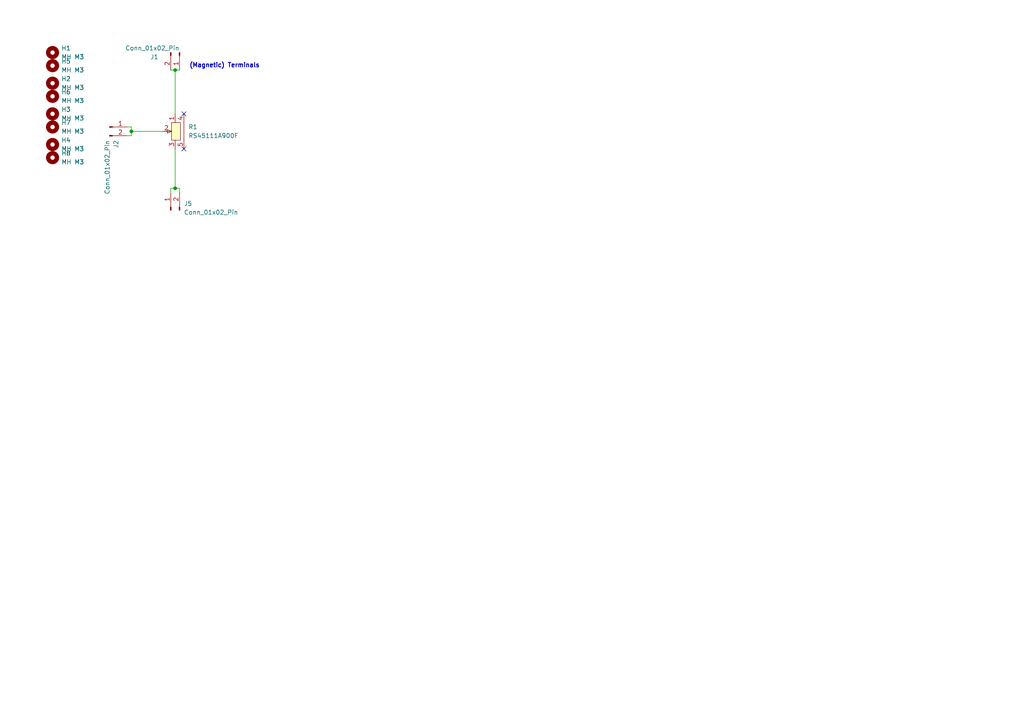
<source format=kicad_sch>
(kicad_sch (version 20250114) (generator "eeschema") (generator_version "9.0")
  (paper "A4")
  (lib_symbols
    (symbol "Connector:Conn_01x02_Pin" (pin_names (offset 1.016) (hide yes))
      (property "Reference" "J" (at 0 2.54 0))
      (property "Value" "Conn_01x02_Pin" (at 0 -5.08 0))
      (symbol "Conn_01x02_Pin_1_1"
        (rectangle (start 0.8636 0.127) (end 0 -0.127) (stroke (width 0.1524)) (fill (type outline)))
        (rectangle (start 0.8636 -2.413) (end 0 -2.667) (stroke (width 0.1524)) (fill (type outline)))
        (polyline (pts (xy 1.27 0) (xy 0.8636 0)) (stroke (width 0.1524)))
        (polyline (pts (xy 1.27 -2.54) (xy 0.8636 -2.54)) (stroke (width 0.1524)))
        (pin passive line (at 5.08 0 180) (length 3.81) (name "Pin_1") (number "1"))
        (pin passive line (at 5.08 -2.54 180) (length 3.81) (name "Pin_2") (number "2"))
      )
    )
    (symbol "EASYEDA2KICAD:RS30111A9012"
      (property "Reference" "R" (at 0 8.89 0))
      (property "Value" "RS30111A9012" (at 0 -7.62 0))
      (symbol "RS30111A9012_0_1"
        (polyline (pts (xy -2.54 1.02) (xy 2.54 1.02) (xy 2.54 -1.52) (xy -2.54 -1.52) (xy -2.54 1.02)) (fill (type background)))
        (polyline (pts (xy -2.54 -2.54) (xy 2.54 -2.54)))
        (polyline (pts (xy 0 1.52) (xy 0 2.79)))
        (polyline (pts (xy 0 1.02) (xy -0.51 2.29) (xy 0.51 2.29) (xy 0 1.02)) (fill (type background)))
      )
      (symbol "RS30111A9012_1_1"
        (pin input line (at -5.08 0 0) (length 2.54) (name "") (number "3"))
        (pin input line (at -5.08 -2.54 0) (length 2.54) (name "") (number "5"))
        (pin input line (at 0 3.81 270) (length 2.54) (name "") (number "2"))
        (pin input line (at 5.08 0 180) (length 2.54) (name "") (number "1"))
        (pin input line (at 5.08 -2.54 180) (length 2.54) (name "") (number "4"))
      )
    )
    (symbol "Mechanical:MountingHole" (pin_names (offset 1.016)) (exclude_from_sim yes) (in_bom no)
      (property "Reference" "H" (at 0 5.08 0))
      (property "Value" "MountingHole" (at 0 3.175 0))
      (symbol "MountingHole_0_1"
        (circle (center 0 0) (radius 1.27) (stroke (width 1.27)))
      )
    )
  )
  (text "(Magnetic) Terminals" (at 54.864 19.812 0) (effects (font (size 1.27 1.27) (thickness 0.254) (bold yes)) (justify left bottom)))
  (junction (at 50.8 54.61))
  (junction (at 38.1 38.1))
  (junction (at 50.8 20.32))
  (no_connect (at 53.34 43.18))
  (no_connect (at 53.34 33.02))
  (wire (pts (xy 38.1 39.37) (xy 36.83 39.37)))
  (wire (pts (xy 50.8 43.18) (xy 50.8 54.61)))
  (wire (pts (xy 38.1 38.1) (xy 46.99 38.1)))
  (wire (pts (xy 50.8 54.61) (xy 52.07 54.61)))
  (wire (pts (xy 49.53 54.61) (xy 50.8 54.61)))
  (wire (pts (xy 49.53 20.32) (xy 50.8 20.32)))
  (wire (pts (xy 49.53 54.61) (xy 49.53 55.88)))
  (wire (pts (xy 38.1 38.1) (xy 38.1 39.37)))
  (wire (pts (xy 50.8 20.32) (xy 52.07 20.32)))
  (wire (pts (xy 38.1 36.83) (xy 38.1 38.1)))
  (wire (pts (xy 38.1 36.83) (xy 36.83 36.83)))
  (wire (pts (xy 52.07 54.61) (xy 52.07 55.88)))
  (wire (pts (xy 50.8 20.32) (xy 50.8 33.02)))
  (symbol (lib_id "Mechanical:MountingHole") (at 15.24 41.91 0) (unit 1) (in_bom no)
    (property "Reference" "H4" (at 17.78 40.6399 0) (effects (justify left)))
    (property "Value" "MH M3" (at 17.78 43.1799 0) (effects (justify left)))
    (property "Footprint" "EASYEDA2KICAD:MountingHole_3.0mm_M3_tight" (effects (hide yes)))
    (property "Description" "Mounting Hole without connection" (effects (hide yes)))
  )
  (symbol (lib_id "Mechanical:MountingHole") (at 15.24 19.05 0) (unit 1) (in_bom no)
    (property "Reference" "H5" (at 17.78 17.7799 0) (effects (justify left)))
    (property "Value" "MH M3" (at 17.78 20.3199 0) (effects (justify left)))
    (property "Footprint" "EASYEDA2KICAD:MountingHole_3.0mm_M3_tight" (effects (hide yes)))
    (property "Description" "Mounting Hole without connection" (effects (hide yes)))
  )
  (symbol (lib_id "EASYEDA2KICAD:RS30111A9012") (at 50.8 38.1 90) (unit 1)
    (property "Reference" "R1" (at 54.61 36.8299 90) (effects (justify right)))
    (property "Value" "RS45111A900F" (at 54.61 39.3699 90) (effects (justify right)))
    (property "Footprint" "EASYEDA2KICAD:RES-ADJ-TH_RS45111A900F" (effects (hide yes)))
    (property "Datasheet" "https://lcsc.com/product-detail/Others_ALPS-Electric-RS30111A9012_C370991.html" (effects (hide yes)))
    (property "LCSC Part" "C370991" (effects (hide yes)))
  )
  (symbol (lib_id "Mechanical:MountingHole") (at 15.24 15.24 0) (unit 1) (in_bom no)
    (property "Reference" "H1" (at 17.78 13.9699 0) (effects (justify left)))
    (property "Value" "MH M3" (at 17.78 16.5099 0) (effects (justify left)))
    (property "Footprint" "EASYEDA2KICAD:MountingHole_3.0mm_M3_tight" (effects (hide yes)))
    (property "Description" "Mounting Hole without connection" (effects (hide yes)))
  )
  (symbol (lib_id "Mechanical:MountingHole") (at 15.24 36.83 0) (unit 1) (in_bom no)
    (property "Reference" "H7" (at 17.78 35.5599 0) (effects (justify left)))
    (property "Value" "MH M3" (at 17.78 38.0999 0) (effects (justify left)))
    (property "Footprint" "EASYEDA2KICAD:MountingHole_3.0mm_M3_tight" (effects (hide yes)))
    (property "Description" "Mounting Hole without connection" (effects (hide yes)))
  )
  (symbol (lib_id "Mechanical:MountingHole") (at 15.24 45.72 0) (unit 1) (in_bom no)
    (property "Reference" "H8" (at 17.78 44.4499 0) (effects (justify left)))
    (property "Value" "MH M3" (at 17.78 46.9899 0) (effects (justify left)))
    (property "Footprint" "EASYEDA2KICAD:MountingHole_3.0mm_M3_tight" (effects (hide yes)))
    (property "Description" "Mounting Hole without connection" (effects (hide yes)))
  )
  (symbol (lib_id "Connector:Conn_01x02_Pin") (at 52.07 15.24 270) (unit 1)
    (property "Reference" "J1" (at 45.974 16.51 90) (effects (justify right)))
    (property "Value" "Conn_01x02_Pin" (at 52.0699 13.97 90) (effects (justify right)))
    (property "Footprint" "EASYEDA2KICAD:Magentic_Connector_1x02_P2.5mm_Horizontal" (effects (hide yes)))
    (property "Description" "Generic connector, single row, 01x02, script generated" (effects (hide yes)))
  )
  (symbol (lib_id "Mechanical:MountingHole") (at 15.24 24.13 0) (unit 1) (in_bom no)
    (property "Reference" "H2" (at 17.78 22.8599 0) (effects (justify left)))
    (property "Value" "MH M3" (at 17.78 25.3999 0) (effects (justify left)))
    (property "Footprint" "EASYEDA2KICAD:MountingHole_3.0mm_M3_tight" (effects (hide yes)))
    (property "Description" "Mounting Hole without connection" (effects (hide yes)))
  )
  (symbol (lib_id "Connector:Conn_01x02_Pin") (at 31.75 36.83 0) (unit 1)
    (property "Reference" "J2" (at 33.6551 40.64 90) (effects (justify right)))
    (property "Value" "Conn_01x02_Pin" (at 31.1151 40.64 90) (effects (justify right)))
    (property "Footprint" "EASYEDA2KICAD:Magentic_Connector_1x02_P2.5mm_Horizontal" (effects (hide yes)))
    (property "Description" "Generic connector, single row, 01x02, script generated" (effects (hide yes)))
  )
  (symbol (lib_id "Mechanical:MountingHole") (at 15.24 27.94 0) (unit 1) (in_bom no)
    (property "Reference" "H6" (at 17.78 26.6699 0) (effects (justify left)))
    (property "Value" "MH M3" (at 17.78 29.2099 0) (effects (justify left)))
    (property "Footprint" "EASYEDA2KICAD:MountingHole_3.0mm_M3_tight" (effects (hide yes)))
    (property "Description" "Mounting Hole without connection" (effects (hide yes)))
  )
  (symbol (lib_id "Connector:Conn_01x02_Pin") (at 49.53 60.96 90) (unit 1)
    (property "Reference" "J5" (at 53.34 59.0549 90) (effects (justify right)))
    (property "Value" "Conn_01x02_Pin" (at 53.34 61.5949 90) (effects (justify right)))
    (property "Footprint" "EASYEDA2KICAD:Magentic_Connector_1x02_P2.5mm_Horizontal" (effects (hide yes)))
    (property "Description" "Generic connector, single row, 01x02, script generated" (effects (hide yes)))
  )
  (symbol (lib_id "Mechanical:MountingHole") (at 15.24 33.02 0) (unit 1) (in_bom no)
    (property "Reference" "H3" (at 17.78 31.7499 0) (effects (justify left)))
    (property "Value" "MH M3" (at 17.78 34.2899 0) (effects (justify left)))
    (property "Footprint" "EASYEDA2KICAD:MountingHole_3.0mm_M3_tight" (effects (hide yes)))
    (property "Description" "Mounting Hole without connection" (effects (hide yes)))
  )
)
</source>
